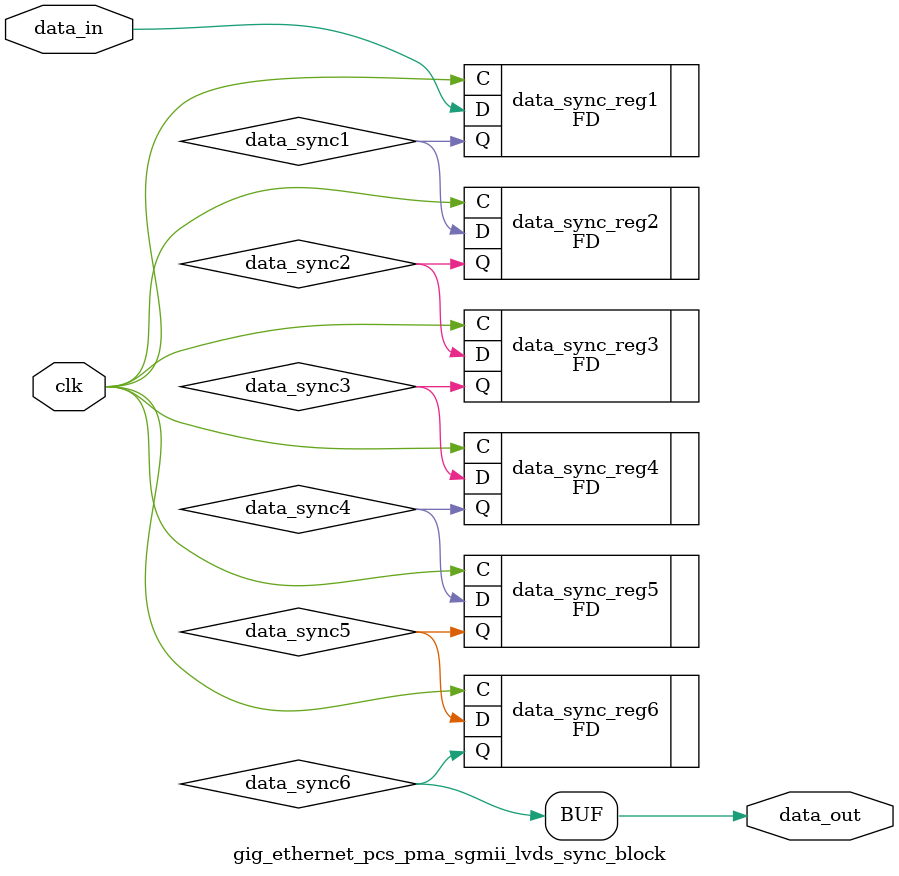
<source format=v>

`timescale 1ps / 1ps

module gig_ethernet_pcs_pma_sgmii_lvds_sync_block #(
  parameter INITIALISE = 2'b00
)
(
  input        clk,              // clock to be sync'ed to
  input        data_in,          // Data to be 'synced'
  output       data_out          // synced data
);

  // Internal Signals
  wire data_sync1;
  wire data_sync2;
  wire data_sync3;
  wire data_sync4;
  wire data_sync5;
  wire data_sync6;


  (* shreg_extract = "no", ASYNC_REG = "TRUE" *)
  FD #(
    .INIT (INITIALISE[0])
  ) data_sync_reg1 (
    .C  (clk),
    .D  (data_in),
    .Q  (data_sync1)
  );


  (* shreg_extract = "no", ASYNC_REG = "TRUE" *)
  FD #(
   .INIT (INITIALISE[1])
  ) data_sync_reg2 (
  .C  (clk),
  .D  (data_sync1),
  .Q  (data_sync2)
  );


  (* shreg_extract = "no", ASYNC_REG = "TRUE" *)
  FD #(
   .INIT (INITIALISE[1])
  ) data_sync_reg3 (
  .C  (clk),
  .D  (data_sync2),
  .Q  (data_sync3)
  );

  (* shreg_extract = "no", ASYNC_REG = "TRUE" *)
  FD #(
   .INIT (INITIALISE[1])
  ) data_sync_reg4 (
  .C  (clk),
  .D  (data_sync3),
  .Q  (data_sync4)
  );

  (* shreg_extract = "no", ASYNC_REG = "TRUE" *)
  FD #(
   .INIT (INITIALISE[1])
  ) data_sync_reg5 (
  .C  (clk),
  .D  (data_sync4),
  .Q  (data_sync5)
  );

  (* shreg_extract = "no", ASYNC_REG = "TRUE" *)
  FD #(
   .INIT (INITIALISE[1])
  ) data_sync_reg6 (
  .C  (clk),
  .D  (data_sync5),
  .Q  (data_sync6)
  );
  assign data_out = data_sync6;


endmodule



</source>
